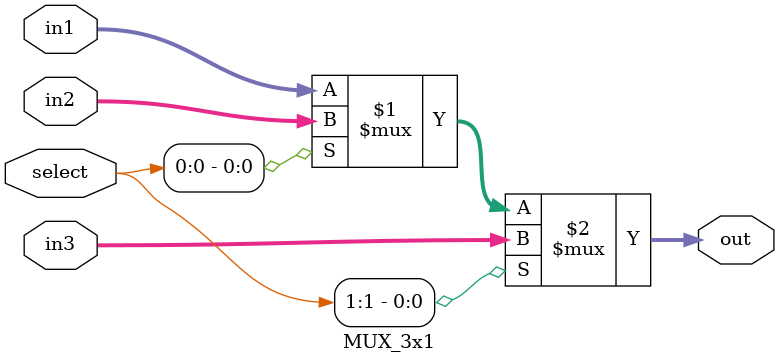
<source format=v>
module MUX_3x1 # (parameter N = 32)(
// define input  port
input wire [N-1:0] in1,
input wire[N-1:0] in2, 
input wire[N-1:0] in3, 
input wire [1:0] select,
// define the output port
output wire [N-1:0]out
);
// assign one of the inputs to the output based upon select line input
assign out = select[1]? in3 : ( select[0]? in2 :in1);
endmodule 
</source>
